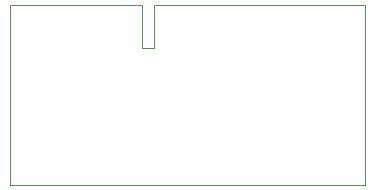
<source format=gbr>
G04 #@! TF.GenerationSoftware,KiCad,Pcbnew,(6.0.1-0)*
G04 #@! TF.CreationDate,2022-02-24T13:14:34-05:00*
G04 #@! TF.ProjectId,DC2VGA,44433256-4741-42e6-9b69-6361645f7063,1*
G04 #@! TF.SameCoordinates,Original*
G04 #@! TF.FileFunction,Profile,NP*
%FSLAX46Y46*%
G04 Gerber Fmt 4.6, Leading zero omitted, Abs format (unit mm)*
G04 Created by KiCad (PCBNEW (6.0.1-0)) date 2022-02-24 13:14:34*
%MOMM*%
%LPD*%
G01*
G04 APERTURE LIST*
G04 #@! TA.AperFunction,Profile*
%ADD10C,0.100000*%
G04 #@! TD*
G04 APERTURE END LIST*
D10*
X136180000Y-99640000D02*
X136180000Y-95930000D01*
X123980000Y-111200000D02*
X123980000Y-95930000D01*
X123980000Y-95930000D02*
X135190000Y-95930000D01*
X135190000Y-99640000D02*
X136180000Y-99640000D01*
X154080000Y-95930000D02*
X154080000Y-111200000D01*
X135190000Y-95930000D02*
X135190000Y-99640000D01*
X136180000Y-95930000D02*
X154080000Y-95930000D01*
X154080000Y-111200000D02*
X123980000Y-111200000D01*
M02*

</source>
